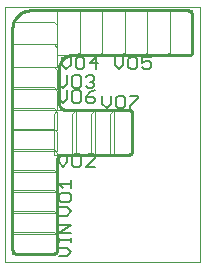
<source format=gto>
G75*
%MOIN*%
%OFA0B0*%
%FSLAX24Y24*%
%IPPOS*%
%LPD*%
%AMOC8*
5,1,8,0,0,1.08239X$1,22.5*
%
%ADD10C,0.0000*%
%ADD11C,0.0100*%
%ADD12C,0.0040*%
%ADD13C,0.0080*%
D10*
X002392Y002517D02*
X002392Y011017D01*
X008892Y011017D01*
X008892Y002517D01*
X002392Y002517D01*
D11*
X002642Y002943D02*
X002642Y010267D01*
X002644Y010316D01*
X002650Y010365D01*
X002659Y010413D01*
X002673Y010460D01*
X002690Y010506D01*
X002710Y010551D01*
X002734Y010594D01*
X002761Y010634D01*
X002792Y010673D01*
X002825Y010709D01*
X002861Y010742D01*
X002900Y010773D01*
X002940Y010800D01*
X002983Y010824D01*
X003028Y010844D01*
X003074Y010861D01*
X003121Y010875D01*
X003169Y010884D01*
X003218Y010890D01*
X003267Y010892D01*
X008465Y010892D01*
X008490Y010890D01*
X008515Y010885D01*
X008539Y010876D01*
X008561Y010864D01*
X008581Y010849D01*
X008599Y010831D01*
X008614Y010811D01*
X008626Y010789D01*
X008635Y010765D01*
X008640Y010740D01*
X008642Y010715D01*
X008642Y009517D01*
X008640Y009497D01*
X008636Y009478D01*
X008628Y009460D01*
X008618Y009444D01*
X008605Y009429D01*
X008590Y009416D01*
X008574Y009406D01*
X008556Y009398D01*
X008537Y009394D01*
X008517Y009392D01*
X004604Y009392D01*
X004604Y009391D02*
X004565Y009389D01*
X004526Y009383D01*
X004488Y009374D01*
X004451Y009361D01*
X004415Y009344D01*
X004382Y009324D01*
X004350Y009300D01*
X004321Y009274D01*
X004295Y009245D01*
X004271Y009213D01*
X004251Y009180D01*
X004234Y009144D01*
X004221Y009107D01*
X004212Y009069D01*
X004206Y009030D01*
X004204Y008991D01*
X004204Y009017D02*
X004204Y007777D01*
X004206Y007751D01*
X004211Y007726D01*
X004219Y007701D01*
X004231Y007678D01*
X004245Y007656D01*
X004262Y007637D01*
X004281Y007620D01*
X004303Y007606D01*
X004326Y007594D01*
X004351Y007586D01*
X004376Y007581D01*
X004402Y007579D01*
X006502Y007579D01*
X006524Y007577D01*
X006545Y007572D01*
X006566Y007564D01*
X006584Y007552D01*
X006601Y007538D01*
X006615Y007521D01*
X006627Y007503D01*
X006635Y007482D01*
X006640Y007461D01*
X006642Y007439D01*
X006642Y006219D01*
X006640Y006197D01*
X006635Y006176D01*
X006627Y006155D01*
X006615Y006137D01*
X006601Y006120D01*
X006584Y006106D01*
X006566Y006094D01*
X006545Y006086D01*
X006524Y006081D01*
X006502Y006079D01*
X005792Y006079D01*
X005767Y006079D01*
X004281Y006079D01*
X004259Y006077D01*
X004238Y006072D01*
X004217Y006064D01*
X004199Y006052D01*
X004182Y006038D01*
X004168Y006021D01*
X004156Y006003D01*
X004148Y005982D01*
X004143Y005961D01*
X004141Y005939D01*
X004142Y005939D02*
X004142Y002943D01*
X004140Y002918D01*
X004135Y002893D01*
X004126Y002869D01*
X004114Y002847D01*
X004099Y002827D01*
X004081Y002809D01*
X004061Y002794D01*
X004039Y002782D01*
X004015Y002773D01*
X003990Y002768D01*
X003965Y002766D01*
X003965Y002767D02*
X002818Y002767D01*
X002818Y002766D02*
X002793Y002768D01*
X002768Y002773D01*
X002744Y002782D01*
X002722Y002794D01*
X002702Y002809D01*
X002684Y002827D01*
X002669Y002847D01*
X002657Y002869D01*
X002648Y002893D01*
X002643Y002918D01*
X002641Y002943D01*
D12*
X002642Y002767D02*
X002642Y003517D01*
X004017Y003517D01*
X004142Y003392D01*
X004142Y002767D01*
X002642Y002767D01*
X002642Y003454D02*
X002642Y004204D01*
X004017Y004204D01*
X004142Y004079D01*
X004142Y003454D01*
X002642Y003454D01*
X002642Y004142D02*
X002642Y004892D01*
X004017Y004892D01*
X004142Y004767D01*
X004142Y004142D01*
X002642Y004142D01*
X002642Y004829D02*
X002642Y005579D01*
X004017Y005579D01*
X004142Y005454D01*
X004142Y004829D01*
X002642Y004829D01*
X002642Y005517D02*
X002642Y006267D01*
X004017Y006267D01*
X004142Y006142D01*
X004142Y005517D01*
X002642Y005517D01*
X002642Y006204D02*
X002642Y006954D01*
X004017Y006954D01*
X004142Y006829D01*
X004142Y006204D01*
X002642Y006204D01*
X002642Y006892D02*
X002642Y007642D01*
X004017Y007642D01*
X004142Y007517D01*
X004142Y006892D01*
X002642Y006892D01*
X002642Y007579D02*
X002642Y008329D01*
X004017Y008329D01*
X004142Y008204D01*
X004142Y007579D01*
X004017Y007454D01*
X004017Y006079D01*
X004767Y006079D01*
X004767Y007579D01*
X004642Y007454D01*
X004642Y006079D01*
X005392Y006079D01*
X005392Y007579D01*
X005267Y007454D01*
X005267Y006079D01*
X006017Y006079D01*
X006017Y007579D01*
X005892Y007454D01*
X005892Y006079D01*
X006642Y006079D01*
X006642Y007579D01*
X006017Y007579D01*
X005392Y007579D01*
X004767Y007579D01*
X004142Y007579D01*
X002642Y007579D01*
X002642Y008267D02*
X002642Y009017D01*
X002642Y009767D01*
X004017Y009767D01*
X004142Y009642D01*
X004142Y009017D01*
X002642Y009017D01*
X004017Y009017D01*
X004142Y008892D01*
X004142Y008267D01*
X002642Y008267D01*
X002642Y009767D02*
X002642Y010517D01*
X004017Y010517D01*
X004142Y010392D01*
X004142Y009767D01*
X002642Y009767D01*
X004142Y009392D02*
X004142Y010892D01*
X004892Y010892D01*
X005642Y010892D01*
X005642Y009517D01*
X005517Y009392D01*
X004892Y009392D01*
X004892Y010892D01*
X004892Y009517D01*
X004767Y009392D01*
X004142Y009392D01*
X005642Y009392D02*
X005642Y010892D01*
X006392Y010892D01*
X006392Y009517D01*
X006267Y009392D01*
X005642Y009392D01*
X006392Y009392D02*
X006392Y010892D01*
X007142Y010892D01*
X007892Y010892D01*
X007892Y009517D01*
X007767Y009392D01*
X007142Y009392D01*
X007142Y010892D01*
X007142Y009517D01*
X007017Y009392D01*
X006392Y009392D01*
X007892Y009392D02*
X007892Y010892D01*
X008642Y010892D01*
X008642Y009517D01*
X008517Y009392D01*
X007892Y009392D01*
D13*
X007252Y009352D02*
X006971Y009352D01*
X006971Y009142D01*
X007111Y009212D01*
X007181Y009212D01*
X007252Y009142D01*
X007252Y009002D01*
X007181Y008932D01*
X007041Y008932D01*
X006971Y009002D01*
X006791Y009002D02*
X006791Y009282D01*
X006721Y009352D01*
X006581Y009352D01*
X006511Y009282D01*
X006511Y009002D01*
X006581Y008932D01*
X006721Y008932D01*
X006791Y009002D01*
X006331Y009072D02*
X006331Y009352D01*
X006331Y009072D02*
X006191Y008932D01*
X006050Y009072D01*
X006050Y009352D01*
X005502Y009142D02*
X005221Y009142D01*
X005431Y009352D01*
X005431Y008932D01*
X005306Y008727D02*
X005166Y008727D01*
X005096Y008657D01*
X004916Y008657D02*
X004846Y008727D01*
X004706Y008727D01*
X004636Y008657D01*
X004636Y008377D01*
X004706Y008307D01*
X004846Y008307D01*
X004916Y008377D01*
X004916Y008657D01*
X004971Y008932D02*
X004831Y008932D01*
X004761Y009002D01*
X004761Y009282D01*
X004831Y009352D01*
X004971Y009352D01*
X005041Y009282D01*
X005041Y009002D01*
X004971Y008932D01*
X005306Y008727D02*
X005377Y008657D01*
X005377Y008587D01*
X005306Y008517D01*
X005377Y008447D01*
X005377Y008377D01*
X005306Y008307D01*
X005166Y008307D01*
X005096Y008377D01*
X005236Y008517D02*
X005306Y008517D01*
X005383Y008227D02*
X005243Y008157D01*
X005102Y008017D01*
X005313Y008017D01*
X005383Y007947D01*
X005383Y007877D01*
X005313Y007807D01*
X005173Y007807D01*
X005102Y007877D01*
X005102Y008017D01*
X004922Y007877D02*
X004922Y008157D01*
X004852Y008227D01*
X004712Y008227D01*
X004642Y008157D01*
X004642Y007877D01*
X004712Y007807D01*
X004852Y007807D01*
X004922Y007877D01*
X004462Y007947D02*
X004462Y008227D01*
X004316Y008307D02*
X004456Y008447D01*
X004456Y008727D01*
X004441Y008932D02*
X004581Y009072D01*
X004581Y009352D01*
X004300Y009352D02*
X004300Y009072D01*
X004441Y008932D01*
X004175Y008727D02*
X004175Y008447D01*
X004316Y008307D01*
X004182Y008227D02*
X004182Y007947D01*
X004322Y007807D01*
X004462Y007947D01*
X005644Y008052D02*
X005644Y007772D01*
X005784Y007632D01*
X005924Y007772D01*
X005924Y008052D01*
X006105Y007982D02*
X006105Y007702D01*
X006175Y007632D01*
X006315Y007632D01*
X006385Y007702D01*
X006385Y007982D01*
X006315Y008052D01*
X006175Y008052D01*
X006105Y007982D01*
X006565Y008052D02*
X006845Y008052D01*
X006845Y007982D01*
X006565Y007702D01*
X006565Y007632D01*
X005313Y006102D02*
X005173Y006102D01*
X005102Y006032D01*
X004922Y006032D02*
X004852Y006102D01*
X004712Y006102D01*
X004642Y006032D01*
X004642Y005752D01*
X004712Y005682D01*
X004852Y005682D01*
X004922Y005752D01*
X004922Y006032D01*
X005102Y005682D02*
X005383Y005962D01*
X005383Y006032D01*
X005313Y006102D01*
X005383Y005682D02*
X005102Y005682D01*
X004602Y005252D02*
X004602Y004971D01*
X004602Y005111D02*
X004181Y005111D01*
X004321Y004971D01*
X004251Y004791D02*
X004181Y004721D01*
X004181Y004581D01*
X004251Y004511D01*
X004532Y004511D01*
X004602Y004581D01*
X004602Y004721D01*
X004532Y004791D01*
X004251Y004791D01*
X004181Y004331D02*
X004462Y004331D01*
X004602Y004191D01*
X004462Y004050D01*
X004181Y004050D01*
X004181Y003752D02*
X004602Y003752D01*
X004181Y003471D01*
X004602Y003471D01*
X004602Y003304D02*
X004602Y003164D01*
X004602Y003234D02*
X004181Y003234D01*
X004181Y003164D02*
X004181Y003304D01*
X004181Y002984D02*
X004462Y002984D01*
X004602Y002844D01*
X004462Y002704D01*
X004181Y002704D01*
X004322Y005682D02*
X004462Y005822D01*
X004462Y006102D01*
X004182Y006102D02*
X004182Y005822D01*
X004322Y005682D01*
M02*

</source>
